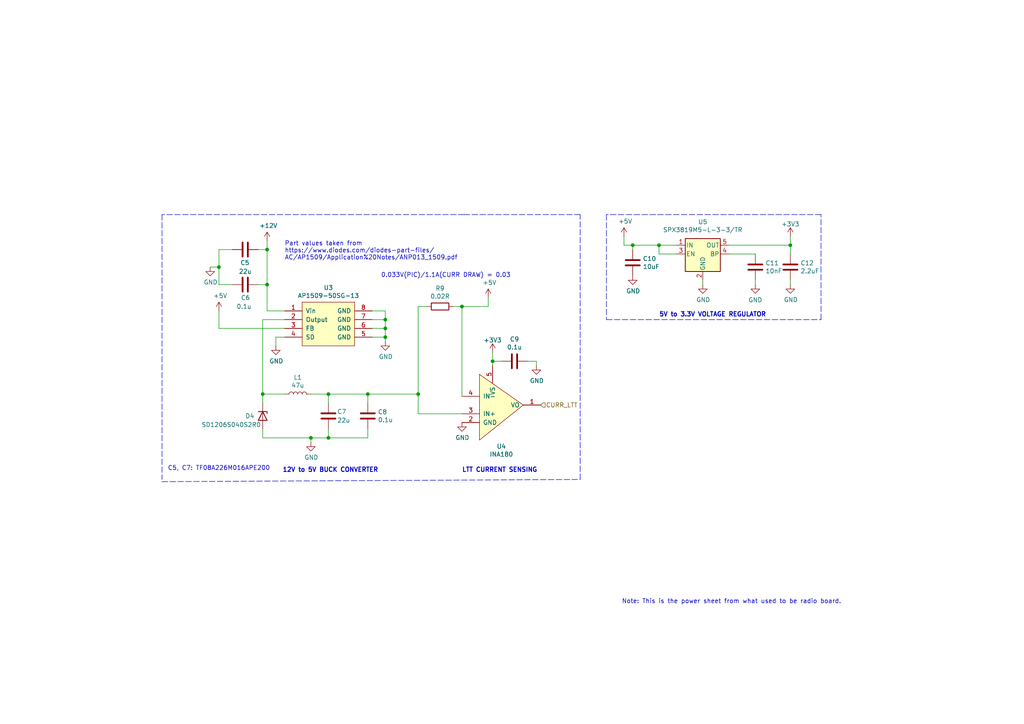
<source format=kicad_sch>
(kicad_sch (version 20250114) (generator "eeschema") (generator_version "9.0")
  (paper "A4")
  (title_block (title "Live Telemetry Transmitter") (date "2021-11-03") (rev "2.1"))
  (lib_symbols
    (symbol "Device:C" (pin_numbers (hide yes)) (pin_names (offset 0.254))
      (property "Reference" "C" (at 0.635 2.54 0))
      (property "Value" "C" (at 0.635 -2.54 0))
      (symbol "C_0_1"
        (polyline (pts (xy -2.032 0.762) (xy 2.032 0.762)) (stroke (width 0.508)))
        (polyline (pts (xy -2.032 -0.762) (xy 2.032 -0.762)) (stroke (width 0.508)))
      )
      (symbol "C_1_1"
        (pin passive line (at 0 3.81 270) (length 2.794) (name "~") (number "1"))
        (pin passive line (at 0 -3.81 90) (length 2.794) (name "~") (number "2"))
      )
    )
    (symbol "Device:D_Zener" (pin_numbers (hide yes)) (pin_names (offset 1.016) (hide yes))
      (property "Reference" "D" (at 0 2.54 0))
      (property "Value" "D_Zener" (at 0 -2.54 0))
      (symbol "D_Zener_0_1"
        (polyline (pts (xy -1.27 -1.27) (xy -1.27 1.27) (xy -0.762 1.27)) (stroke (width 0.254)))
        (polyline (pts (xy 1.27 0) (xy -1.27 0)))
        (polyline (pts (xy 1.27 -1.27) (xy 1.27 1.27) (xy -1.27 0) (xy 1.27 -1.27)) (stroke (width 0.254)))
      )
      (symbol "D_Zener_1_1"
        (pin passive line (at -3.81 0 0) (length 2.54) (name "K") (number "1"))
        (pin passive line (at 3.81 0 180) (length 2.54) (name "A") (number "2"))
      )
    )
    (symbol "Device:L" (pin_numbers (hide yes)) (pin_names (offset 1.016) (hide yes))
      (property "Reference" "L" (at -1.27 0 90))
      (property "Value" "L" (at 1.905 0 90))
      (symbol "L_0_1"
        (arc (start 0 2.54) (mid 0.6323 1.905) (end 0 1.27))
        (arc (start 0 1.27) (mid 0.6323 0.635) (end 0 0))
        (arc (start 0 0) (mid 0.6323 -0.635) (end 0 -1.27))
        (arc (start 0 -1.27) (mid 0.6323 -1.905) (end 0 -2.54))
      )
      (symbol "L_1_1"
        (pin passive line (at 0 3.81 270) (length 1.27) (name "1") (number "1"))
        (pin passive line (at 0 -3.81 90) (length 1.27) (name "2") (number "2"))
      )
    )
    (symbol "Device:R" (pin_numbers (hide yes)) (pin_names (offset 0))
      (property "Reference" "R" (at 2.032 0 90))
      (property "Value" "R" (at 0 0 90))
      (symbol "R_0_1"
        (rectangle (start -1.016 -2.54) (end 1.016 2.54) (stroke (width 0.254)))
      )
      (symbol "R_1_1"
        (pin passive line (at 0 3.81 270) (length 1.27) (name "~") (number "1"))
        (pin passive line (at 0 -3.81 90) (length 1.27) (name "~") (number "2"))
      )
    )
    (symbol "Regulator_Linear:SPX3819M5-L-3-3" (pin_names (offset 0.254))
      (property "Reference" "U" (at -3.81 5.715 0))
      (property "Value" "SPX3819M5-L-3-3" (at 0 5.715 0))
      (symbol "SPX3819M5-L-3-3_0_1"
        (rectangle (start -5.08 4.445) (end 5.08 -5.08) (stroke (width 0.254)) (fill (type background)))
      )
      (symbol "SPX3819M5-L-3-3_1_1"
        (pin power_in line (at -7.62 2.54 0) (length 2.54) (name "IN") (number "1"))
        (pin input line (at -7.62 0 0) (length 2.54) (name "EN") (number "3"))
        (pin power_in line (at 0 -7.62 90) (length 2.54) (name "GND") (number "2"))
        (pin power_out line (at 7.62 2.54 180) (length 2.54) (name "OUT") (number "5"))
        (pin input line (at 7.62 0 180) (length 2.54) (name "BP") (number "4"))
      )
    )
    (symbol "canhw:AP1509" (pin_names (offset 1.016))
      (property "Reference" "U6" (at 0 6.731 0))
      (property "Value" "AP1509-50SG-13" (at 0 4.4196 0))
      (symbol "AP1509_1_1"
        (rectangle (start -7.62 2.54) (end 7.62 -10.16) (fill (type background)))
        (pin input line (at -12.7 0 0) (length 5.08) (name "Vin") (number "1"))
        (pin output line (at -12.7 -2.54 0) (length 5.08) (name "Output") (number "2"))
        (pin input line (at -12.7 -5.08 0) (length 5.08) (name "FB") (number "3"))
        (pin input line (at -12.7 -7.62 0) (length 5.08) (name "SD") (number "4"))
        (pin power_out line (at 12.7 0 180) (length 5.08) (name "GND") (number "8"))
        (pin passive line (at 12.7 -2.54 180) (length 5.08) (name "GND") (number "7"))
        (pin passive line (at 12.7 -5.08 180) (length 5.08) (name "GND") (number "6"))
        (pin passive line (at 12.7 -7.62 180) (length 5.08) (name "GND") (number "5"))
      )
    )
    (symbol "canhw:INA180" (pin_names (offset 1.016))
      (property "Reference" "U" (at -5.08 13.97 0))
      (property "Value" "INA180" (at -11.43 15.24 0))
      (symbol "INA180_0_1"
        (polyline (pts (xy -7.62 8.89) (xy -7.62 -10.16) (xy 5.08 0)) (fill (type background)))
        (polyline (pts (xy 5.08 0) (xy -7.62 8.89)))
      )
      (symbol "INA180_1_1"
        (pin input line (at -12.7 2.54 0) (length 5.08) (name "IN-") (number "4"))
        (pin input line (at -12.7 -2.54 0) (length 5.08) (name "IN+") (number "3"))
        (pin power_in line (at -12.7 -5.08 0) (length 5.08) (name "GND") (number "2"))
        (pin power_in line (at -3.81 11.43 270) (length 5.08) (name "VS") (number "5"))
        (pin output line (at 10.16 0 180) (length 5.08) (name "VO") (number "1"))
      )
    )
    (symbol "power:+12V" (power) (pin_names (offset 0))
      (property "Value" "+12V" (at 0 3.556 0))
      (symbol "+12V_0_1"
        (polyline (pts (xy -0.762 1.27) (xy 0 2.54)))
        (polyline (pts (xy 0 2.54) (xy 0.762 1.27)))
        (polyline (pts (xy 0 0) (xy 0 2.54)))
      )
      (symbol "+12V_1_1"
        (pin power_in line (at 0 0 90) (length 0) (hide yes) (name "+12V") (number "1"))
      )
    )
    (symbol "power:+3V3" (power) (pin_names (offset 0))
      (property "Value" "+3V3" (at 0 3.556 0))
      (symbol "+3V3_0_1"
        (polyline (pts (xy -0.762 1.27) (xy 0 2.54)))
        (polyline (pts (xy 0 2.54) (xy 0.762 1.27)))
        (polyline (pts (xy 0 0) (xy 0 2.54)))
      )
      (symbol "+3V3_1_1"
        (pin power_in line (at 0 0 90) (length 0) (hide yes) (name "+3V3") (number "1"))
      )
    )
    (symbol "power:+5V" (power) (pin_names (offset 0))
      (property "Value" "+5V" (at 0 3.556 0))
      (symbol "+5V_0_1"
        (polyline (pts (xy -0.762 1.27) (xy 0 2.54)))
        (polyline (pts (xy 0 2.54) (xy 0.762 1.27)))
        (polyline (pts (xy 0 0) (xy 0 2.54)))
      )
      (symbol "+5V_1_1"
        (pin power_in line (at 0 0 90) (length 0) (hide yes) (name "+5V") (number "1"))
      )
    )
    (symbol "power:GND" (power) (pin_names (offset 0))
      (property "Value" "GND" (at 0 -3.81 0))
      (symbol "GND_0_1"
        (polyline (pts (xy 0 0) (xy 0 -1.27) (xy 1.27 -1.27) (xy 0 -2.54) (xy -1.27 -1.27) (xy 0 -1.27)))
      )
      (symbol "GND_1_1"
        (pin power_in line (at 0 0 270) (length 0) (hide yes) (name "GND") (number "1"))
      )
    )
  )
  (text "Note: This is the power sheet from what used to be radio board." (at 180.34 175.26 0) (effects (font (size 1.27 1.27)) (justify left bottom)))
  (text "LTT CURRENT SENSING" (at 133.985 137.16 0) (effects (font (size 1.27 1.27) (thickness 0.254) (bold yes)) (justify left bottom)))
  (text "5V to 3.3V VOLTAGE REGULATOR" (at 191.135 92.075 0) (effects (font (size 1.27 1.27) (thickness 0.254) (bold yes)) (justify left bottom)))
  (text "Part values taken from \nhttps://www.diodes.com/diodes-part-files/\nAC/AP1509/Application%20Notes/ANP013_1509.pdf" (at 82.55 75.565 0) (effects (font (size 1.27 1.27)) (justify left bottom)))
  (text "12V to 5V BUCK CONVERTER" (at 81.915 137.16 0) (effects (font (size 1.27 1.27) (thickness 0.254) (bold yes)) (justify left bottom)))
  (text "0.033V(PIC)/1.1A(CURR DRAW) = 0.03 " (at 110.49 80.645 0) (effects (font (size 1.27 1.27)) (justify left bottom)))
  (text "C5, C7: TF08A226M016APE200" (at 63.5 135.89 0) (effects (font (size 1.27 1.27))))
  (junction (at 111.76 92.71))
  (junction (at 90.17 127))
  (junction (at 229.235 71.12))
  (junction (at 191.135 71.12))
  (junction (at 111.76 97.79))
  (junction (at 142.875 104.775))
  (junction (at 95.25 114.3))
  (junction (at 133.985 88.9))
  (junction (at 63.5 77.47))
  (junction (at 77.47 72.39))
  (junction (at 106.68 114.3))
  (junction (at 183.515 71.12))
  (junction (at 121.285 114.3))
  (junction (at 77.47 82.55))
  (junction (at 76.2 114.3))
  (junction (at 111.76 95.25))
  (junction (at 95.25 127))
  (wire (pts (xy 211.455 73.66) (xy 219.075 73.66)))
  (polyline (pts (xy 175.895 92.71) (xy 238.125 92.71)) (stroke (width 0) (type dash)))
  (wire (pts (xy 111.76 90.17) (xy 111.76 92.71)))
  (wire (pts (xy 63.5 72.39) (xy 63.5 77.47)))
  (wire (pts (xy 229.235 71.12) (xy 229.235 73.66)))
  (wire (pts (xy 142.875 104.775) (xy 145.415 104.775)))
  (wire (pts (xy 142.875 106.045) (xy 142.875 104.775)))
  (polyline (pts (xy 238.125 62.23) (xy 175.895 62.23)) (stroke (width 0) (type dash)))
  (wire (pts (xy 76.2 116.84) (xy 76.2 114.3)))
  (polyline (pts (xy 168.275 139.065) (xy 168.275 62.23)) (stroke (width 0) (type dash)))
  (wire (pts (xy 76.2 92.71) (xy 76.2 114.3)))
  (wire (pts (xy 133.985 88.9) (xy 141.605 88.9)))
  (wire (pts (xy 63.5 90.17) (xy 63.5 95.25)))
  (wire (pts (xy 141.605 88.9) (xy 141.605 86.36)))
  (wire (pts (xy 229.235 81.28) (xy 229.235 82.55)))
  (wire (pts (xy 107.95 90.17) (xy 111.76 90.17)))
  (wire (pts (xy 76.2 124.46) (xy 76.2 127)))
  (wire (pts (xy 183.515 72.39) (xy 183.515 71.12)))
  (wire (pts (xy 63.5 82.55) (xy 67.31 82.55)))
  (polyline (pts (xy 134.62 62.23) (xy 46.99 62.23)) (stroke (width 0) (type dash)))
  (wire (pts (xy 63.5 77.47) (xy 63.5 82.55)))
  (wire (pts (xy 77.47 90.17) (xy 82.55 90.17)))
  (wire (pts (xy 183.515 71.12) (xy 191.135 71.12)))
  (polyline (pts (xy 168.275 62.23) (xy 134.62 62.23)) (stroke (width 0) (type dash)))
  (polyline (pts (xy 46.99 62.23) (xy 46.99 138.43)) (stroke (width 0) (type dash)))
  (wire (pts (xy 153.035 104.775) (xy 155.575 104.775)))
  (wire (pts (xy 107.95 92.71) (xy 111.76 92.71)))
  (wire (pts (xy 74.93 82.55) (xy 77.47 82.55)))
  (wire (pts (xy 76.2 114.3) (xy 82.55 114.3)))
  (wire (pts (xy 95.25 114.3) (xy 90.17 114.3)))
  (wire (pts (xy 106.68 116.84) (xy 106.68 114.3)))
  (wire (pts (xy 80.01 100.33) (xy 80.01 97.79)))
  (wire (pts (xy 111.76 92.71) (xy 111.76 95.25)))
  (wire (pts (xy 60.96 77.47) (xy 63.5 77.47)))
  (wire (pts (xy 82.55 97.79) (xy 80.01 97.79)))
  (wire (pts (xy 95.25 116.84) (xy 95.25 114.3)))
  (wire (pts (xy 107.95 95.25) (xy 111.76 95.25)))
  (wire (pts (xy 142.875 104.775) (xy 142.875 102.235)))
  (wire (pts (xy 90.17 127) (xy 95.25 127)))
  (wire (pts (xy 203.835 82.55) (xy 203.835 81.28)))
  (wire (pts (xy 95.25 114.3) (xy 106.68 114.3)))
  (wire (pts (xy 74.93 72.39) (xy 77.47 72.39)))
  (wire (pts (xy 121.285 114.3) (xy 121.285 120.015)))
  (wire (pts (xy 229.235 68.58) (xy 229.235 71.12)))
  (wire (pts (xy 155.575 104.775) (xy 155.575 106.045)))
  (wire (pts (xy 180.975 71.12) (xy 183.515 71.12)))
  (wire (pts (xy 219.075 81.28) (xy 219.075 82.55)))
  (wire (pts (xy 95.25 127) (xy 95.25 124.46)))
  (wire (pts (xy 131.445 88.9) (xy 133.985 88.9)))
  (wire (pts (xy 76.2 127) (xy 90.17 127)))
  (wire (pts (xy 121.285 120.015) (xy 133.985 120.015)))
  (wire (pts (xy 133.985 88.9) (xy 133.985 114.935)))
  (wire (pts (xy 121.285 88.9) (xy 121.285 114.3)))
  (wire (pts (xy 90.17 127) (xy 90.17 128.27)))
  (polyline (pts (xy 46.99 138.43) (xy 46.99 139.065)) (stroke (width 0) (type dash)))
  (wire (pts (xy 123.825 88.9) (xy 121.285 88.9)))
  (polyline (pts (xy 238.125 92.71) (xy 238.125 62.23)) (stroke (width 0) (type dash)))
  (wire (pts (xy 111.76 95.25) (xy 111.76 97.79)))
  (wire (pts (xy 63.5 95.25) (xy 82.55 95.25)))
  (wire (pts (xy 107.95 97.79) (xy 111.76 97.79)))
  (wire (pts (xy 77.47 82.55) (xy 77.47 90.17)))
  (wire (pts (xy 106.68 127) (xy 106.68 124.46)))
  (wire (pts (xy 111.76 97.79) (xy 111.76 99.06)))
  (wire (pts (xy 106.68 114.3) (xy 121.285 114.3)))
  (wire (pts (xy 76.2 92.71) (xy 82.55 92.71)))
  (wire (pts (xy 191.135 71.12) (xy 196.215 71.12)))
  (wire (pts (xy 191.135 73.66) (xy 191.135 71.12)))
  (wire (pts (xy 77.47 72.39) (xy 77.47 82.55)))
  (wire (pts (xy 67.31 72.39) (xy 63.5 72.39)))
  (wire (pts (xy 95.25 127) (xy 106.68 127)))
  (wire (pts (xy 180.975 68.58) (xy 180.975 71.12)))
  (wire (pts (xy 196.215 73.66) (xy 191.135 73.66)))
  (wire (pts (xy 77.47 69.85) (xy 77.47 72.39)))
  (polyline (pts (xy 175.895 62.23) (xy 175.895 92.71)) (stroke (width 0) (type dash)))
  (polyline (pts (xy 46.99 139.7) (xy 168.275 139.065)) (stroke (width 0) (type dash)))
  (wire (pts (xy 211.455 71.12) (xy 229.235 71.12)))
  (hierarchical_label "CURR_LTT" (shape input) (at 156.845 117.475 0))
  (symbol (lib_id "Device:D_Zener") (at 76.2 120.65 270) (unit 1)
    (property "Reference" "D4" (at 71.12 120.65 90) (effects (justify left)))
    (property "Value" "SD1206S040S2R0" (at 58.42 123.19 90) (effects (justify left)))
    (property "Footprint" "Diode_SMD:D_1206_3216Metric_Pad1.42x1.75mm_HandSolder" (effects (hide yes)))
  )
  (symbol (lib_id "Device:L") (at 86.36 114.3 90) (unit 1)
    (property "Reference" "L1" (at 86.36 109.474 90))
    (property "Value" "47u" (at 86.36 111.7854 90))
    (property "Footprint" "Inductor_THT:L_Radial_D8.7mm_P5.00mm_Fastron_07HCP" (effects (hide yes)))
  )
  (symbol (lib_id "Device:C") (at 183.515 76.2 180) (unit 1)
    (property "Reference" "C10" (at 186.436 75.0316 0) (effects (justify right)))
    (property "Value" "10uF" (at 186.436 77.343 0) (effects (justify right)))
    (property "Footprint" "Capacitor_SMD:C_0603_1608Metric_Pad1.08x0.95mm_HandSolder" (effects (hide yes)))
  )
  (symbol (lib_id "Device:C") (at 229.235 77.47 180) (unit 1)
    (property "Reference" "C12" (at 232.156 76.3016 0) (effects (justify right)))
    (property "Value" "2.2uF" (at 232.156 78.613 0) (effects (justify right)))
    (property "Footprint" "Capacitor_SMD:C_0603_1608Metric_Pad1.08x0.95mm_HandSolder" (effects (hide yes)))
  )
  (symbol (lib_id "power:+5V") (at 180.975 68.58 0) (unit 1)
    (property "Reference" "#PWR032" (effects (hide yes)))
    (property "Value" "+5V" (at 181.356 64.1858 0))
  )
  (symbol (lib_id "power:GND") (at 203.835 82.55 0) (unit 1)
    (property "Reference" "#PWR034" (effects (hide yes)))
    (property "Value" "GND" (at 203.962 86.9442 0))
  )
  (symbol (lib_id "power:GND") (at 229.235 82.55 0) (unit 1)
    (property "Reference" "#PWR037" (effects (hide yes)))
    (property "Value" "GND" (at 229.362 86.9442 0))
  )
  (symbol (lib_id "power:GND") (at 183.515 80.01 0) (unit 1)
    (property "Reference" "#PWR033" (effects (hide yes)))
    (property "Value" "GND" (at 183.642 84.4042 0))
  )
  (symbol (lib_id "canhw:INA180") (at 146.685 117.475 0) (unit 1)
    (property "Reference" "U4" (at 145.415 129.4638 0))
    (property "Value" "INA180" (at 145.415 131.7752 0))
    (property "Footprint" "Package_TO_SOT_SMD:SOT-23-5_HandSoldering" (effects (hide yes)))
  )
  (symbol (lib_id "power:GND") (at 133.985 122.555 0) (unit 1)
    (property "Reference" "#PWR028" (effects (hide yes)))
    (property "Value" "GND" (at 134.112 126.9492 0))
  )
  (symbol (lib_id "Device:R") (at 127.635 88.9 270) (unit 1)
    (property "Reference" "R9" (at 127.635 83.6422 90))
    (property "Value" "0.02R" (at 127.635 85.9536 90))
    (property "Footprint" "Resistor_SMD:R_0603_1608Metric_Pad0.98x0.95mm_HandSolder" (effects (hide yes)))
  )
  (symbol (lib_id "Device:C") (at 149.225 104.775 270) (unit 1)
    (property "Reference" "C9" (at 149.225 98.3742 90))
    (property "Value" "0.1u" (at 149.225 100.6856 90))
    (property "Footprint" "Capacitor_SMD:C_0603_1608Metric_Pad1.08x0.95mm_HandSolder" (effects (hide yes)))
  )
  (symbol (lib_id "power:GND") (at 155.575 106.045 0) (unit 1)
    (property "Reference" "#PWR031" (effects (hide yes)))
    (property "Value" "GND" (at 155.702 110.4392 0))
  )
  (symbol (lib_id "canhw:AP1509") (at 95.25 90.17 0) (unit 1)
    (property "Reference" "U3" (at 95.25 83.439 0))
    (property "Value" "AP1509-50SG-13" (at 95.25 85.7504 0))
    (property "Footprint" "Package_SO:SOIC-8_3.9x4.9mm_P1.27mm" (effects (hide yes)))
    (property "Datasheet" "https://www.diodes.com/assets/Datasheets/AP1509.pdf" (effects (hide yes)))
  )
  (symbol (lib_id "power:GND") (at 111.76 99.06 0) (unit 1)
    (property "Reference" "#PWR027" (effects (hide yes)))
    (property "Value" "GND" (at 111.887 103.4542 0))
  )
  (symbol (lib_id "power:+12V") (at 77.47 69.85 0) (unit 1)
    (property "Reference" "#PWR024" (effects (hide yes)))
    (property "Value" "+12V" (at 77.851 65.4558 0))
  )
  (symbol (lib_id "power:GND") (at 90.17 128.27 0) (unit 1)
    (property "Reference" "#PWR026" (effects (hide yes)))
    (property "Value" "GND" (at 90.297 132.6642 0))
  )
  (symbol (lib_id "power:GND") (at 80.01 100.33 0) (unit 1)
    (property "Reference" "#PWR025" (effects (hide yes)))
    (property "Value" "GND" (at 80.137 104.7242 0))
  )
  (symbol (lib_id "power:+5V") (at 63.5 90.17 0) (unit 1)
    (property "Reference" "#PWR023" (effects (hide yes)))
    (property "Value" "+5V" (at 63.881 85.7758 0))
  )
  (symbol (lib_id "Device:C") (at 71.12 82.55 90) (unit 1)
    (property "Reference" "C6" (at 69.85 86.36 90) (effects (justify right)))
    (property "Value" "0.1u" (at 68.58 88.9 90) (effects (justify right)))
    (property "Footprint" "Capacitor_SMD:C_0603_1608Metric_Pad1.08x0.95mm_HandSolder" (effects (hide yes)))
  )
  (symbol (lib_id "power:GND") (at 60.96 77.47 0) (unit 1)
    (property "Reference" "#PWR022" (effects (hide yes)))
    (property "Value" "GND" (at 61.087 81.8642 0))
  )
  (symbol (lib_id "Device:C") (at 71.12 72.39 270) (unit 1)
    (property "Reference" "C5" (at 72.39 76.2 90) (effects (justify right)))
    (property "Value" "22u" (at 71.12 78.74 90))
    (property "Footprint" "Capacitor_SMD:C_1206_3216Metric_Pad1.33x1.80mm_HandSolder" (effects (hide yes)))
    (property "Description" "TF08A226M016APE200" (effects (hide yes)))
  )
  (symbol (lib_id "Device:C") (at 106.68 120.65 180) (unit 1)
    (property "Reference" "C8" (at 109.601 119.4816 0) (effects (justify right)))
    (property "Value" "0.1u" (at 109.601 121.793 0) (effects (justify right)))
    (property "Footprint" "Capacitor_SMD:C_0603_1608Metric_Pad1.08x0.95mm_HandSolder" (effects (hide yes)))
  )
  (symbol (lib_id "Regulator_Linear:SPX3819M5-L-3-3") (at 203.835 73.66 0) (unit 1)
    (property "Reference" "U5" (at 203.835 64.3636 0))
    (property "Value" "SPX3819M5-L-3-3/TR" (at 203.835 66.675 0))
    (property "Footprint" "Package_TO_SOT_SMD:SOT-23-5" (effects (hide yes)))
    (property "Datasheet" "https://www.exar.com/content/document.ashx?id=22106&languageid=1033&type=Datasheet&partnumber=SPX3819&filename=SPX3819.pdf&part=SPX3819" (effects (hide yes)))
  )
  (symbol (lib_id "Device:C") (at 219.075 77.47 180) (unit 1)
    (property "Reference" "C11" (at 221.996 76.3016 0) (effects (justify right)))
    (property "Value" "10nF" (at 221.996 78.613 0) (effects (justify right)))
    (property "Footprint" "Capacitor_SMD:C_0603_1608Metric_Pad1.08x0.95mm_HandSolder" (effects (hide yes)))
  )
  (symbol (lib_id "power:+5V") (at 141.605 86.36 0) (unit 1)
    (property "Reference" "#PWR029" (effects (hide yes)))
    (property "Value" "+5V" (at 141.986 81.9658 0))
  )
  (symbol (lib_id "Device:C") (at 95.25 120.65 0) (unit 1)
    (property "Reference" "C7" (at 97.79 119.38 0) (effects (justify left)))
    (property "Value" "22u" (at 97.79 121.92 0) (effects (justify left)))
    (property "Footprint" "Capacitor_SMD:C_1206_3216Metric_Pad1.33x1.80mm_HandSolder" (effects (hide yes)))
    (property "Description" "TF08A226M016APE200" (effects (hide yes)))
  )
  (symbol (lib_id "power:GND") (at 219.075 82.55 0) (unit 1)
    (property "Reference" "#PWR035" (effects (hide yes)))
    (property "Value" "GND" (at 219.075 86.995 0))
  )
  (symbol (lib_id "power:+3V3") (at 142.875 102.235 0) (unit 1)
    (property "Reference" "#PWR030" (effects (hide yes)))
    (property "Value" "+3V3" (at 142.875 98.6592 0))
  )
  (symbol (lib_id "power:+3V3") (at 229.235 68.58 0) (unit 1)
    (property "Reference" "#PWR036" (effects (hide yes)))
    (property "Value" "+3V3" (at 229.235 65.0042 0))
  )
)
</source>
